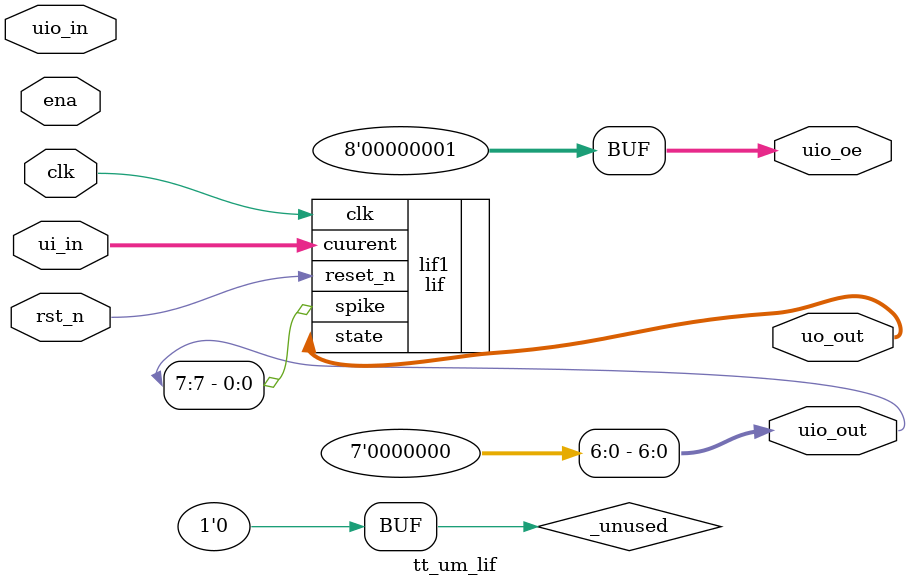
<source format=v>
/*
 * Copyright (c) 2024 Your Name
 * SPDX-License-Identifier: Apache-2.0
 */

`default_nettype none

module tt_um_lif (
    input  wire [7:0] ui_in,    // Dedicated inputs
    output wire [7:0] uo_out,   // Dedicated outputs
    input  wire [7:0] uio_in,   // IOs: Input path
    output wire [7:0] uio_out,  // IOs: Output path
    output wire [7:0] uio_oe,   // IOs: Enable path (active high: 0=input, 1=output)
    input  wire       ena,      // always 1 when the design is powered, so you can ignore it
    input  wire       clk,      // clock
    input  wire       rst_n     // reset_n - low to reset
);

  // All output pins must be assigned. If not used, assign to 0.
  assign uio_out [6:0]= 0;
  assign uio_oe  = 1;

  // List all unused inputs to prevent warnings
  wire _unused = &{ena, uio_in, 1'b0};

// instantiate lif neuron
lif lif1(.cuurent(ui_in), .clk(clk), .reset_n(rst_n), .state(uo_out), .spike(uio_out[7]));

endmodule

</source>
